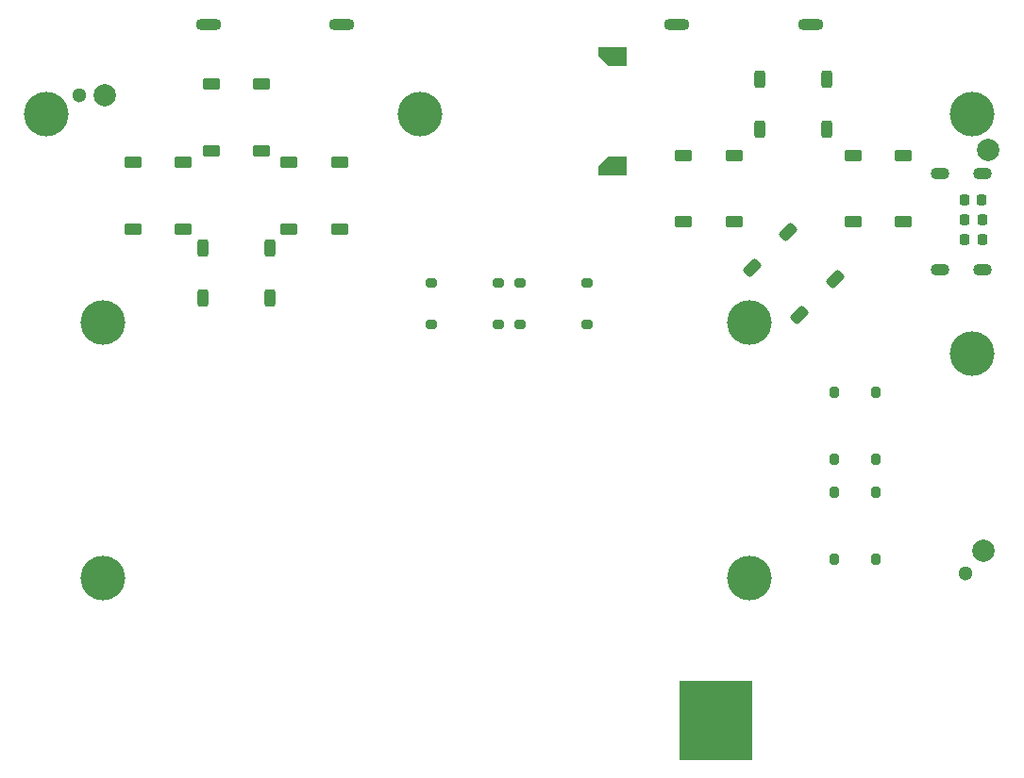
<source format=gts>
G04 #@! TF.GenerationSoftware,KiCad,Pcbnew,8.0.4*
G04 #@! TF.CreationDate,2025-03-14T20:27:20-07:00*
G04 #@! TF.ProjectId,mintypcb,6d696e74-7970-4636-922e-6b696361645f,2*
G04 #@! TF.SameCoordinates,Original*
G04 #@! TF.FileFunction,Soldermask,Top*
G04 #@! TF.FilePolarity,Negative*
%FSLAX46Y46*%
G04 Gerber Fmt 4.6, Leading zero omitted, Abs format (unit mm)*
G04 Created by KiCad (PCBNEW 8.0.4) date 2025-03-14 20:27:20*
%MOMM*%
%LPD*%
G01*
G04 APERTURE LIST*
G04 Aperture macros list*
%AMRoundRect*
0 Rectangle with rounded corners*
0 $1 Rounding radius*
0 $2 $3 $4 $5 $6 $7 $8 $9 X,Y pos of 4 corners*
0 Add a 4 corners polygon primitive as box body*
4,1,4,$2,$3,$4,$5,$6,$7,$8,$9,$2,$3,0*
0 Add four circle primitives for the rounded corners*
1,1,$1+$1,$2,$3*
1,1,$1+$1,$4,$5*
1,1,$1+$1,$6,$7*
1,1,$1+$1,$8,$9*
0 Add four rect primitives between the rounded corners*
20,1,$1+$1,$2,$3,$4,$5,0*
20,1,$1+$1,$4,$5,$6,$7,0*
20,1,$1+$1,$6,$7,$8,$9,0*
20,1,$1+$1,$8,$9,$2,$3,0*%
%AMOutline5P*
0 Free polygon, 5 corners , with rotation*
0 The origin of the aperture is its center*
0 number of corners: always 5*
0 $1 to $10 corner X, Y*
0 $11 Rotation angle, in degrees counterclockwise*
0 create outline with 5 corners*
4,1,5,$1,$2,$3,$4,$5,$6,$7,$8,$9,$10,$1,$2,$11*%
%AMOutline6P*
0 Free polygon, 6 corners , with rotation*
0 The origin of the aperture is its center*
0 number of corners: always 6*
0 $1 to $12 corner X, Y*
0 $13 Rotation angle, in degrees counterclockwise*
0 create outline with 6 corners*
4,1,6,$1,$2,$3,$4,$5,$6,$7,$8,$9,$10,$11,$12,$1,$2,$13*%
%AMOutline7P*
0 Free polygon, 7 corners , with rotation*
0 The origin of the aperture is its center*
0 number of corners: always 7*
0 $1 to $14 corner X, Y*
0 $15 Rotation angle, in degrees counterclockwise*
0 create outline with 7 corners*
4,1,7,$1,$2,$3,$4,$5,$6,$7,$8,$9,$10,$11,$12,$13,$14,$1,$2,$15*%
%AMOutline8P*
0 Free polygon, 8 corners , with rotation*
0 The origin of the aperture is its center*
0 number of corners: always 8*
0 $1 to $16 corner X, Y*
0 $17 Rotation angle, in degrees counterclockwise*
0 create outline with 8 corners*
4,1,8,$1,$2,$3,$4,$5,$6,$7,$8,$9,$10,$11,$12,$13,$14,$15,$16,$1,$2,$17*%
G04 Aperture macros list end*
%ADD10C,0.100000*%
%ADD11O,1.700000X1.100000*%
%ADD12RoundRect,0.218750X0.218750X0.256250X-0.218750X0.256250X-0.218750X-0.256250X0.218750X-0.256250X0*%
%ADD13RoundRect,0.200000X-0.300000X-0.200000X0.300000X-0.200000X0.300000X0.200000X-0.300000X0.200000X0*%
%ADD14RoundRect,0.250000X-0.550000X0.250000X-0.550000X-0.250000X0.550000X-0.250000X0.550000X0.250000X0*%
%ADD15RoundRect,0.250000X0.550000X-0.250000X0.550000X0.250000X-0.550000X0.250000X-0.550000X-0.250000X0*%
%ADD16C,4.000000*%
%ADD17C,2.000000*%
%ADD18RoundRect,0.250000X0.250000X0.550000X-0.250000X0.550000X-0.250000X-0.550000X0.250000X-0.550000X0*%
%ADD19RoundRect,0.250000X0.565685X0.212132X0.212132X0.565685X-0.565685X-0.212132X-0.212132X-0.565685X0*%
%ADD20RoundRect,0.200000X-0.200000X0.300000X-0.200000X-0.300000X0.200000X-0.300000X0.200000X0.300000X0*%
%ADD21Outline5P,-1.255000X0.000000X-0.410000X0.845000X1.255000X0.845000X1.255000X-0.845000X-1.255000X-0.845000X0.000000*%
%ADD22Outline5P,-1.255000X0.845000X1.255000X0.845000X1.255000X-0.845000X-0.410000X-0.845000X-1.255000X0.000000X0.000000*%
%ADD23RoundRect,0.250000X-0.250000X-0.550000X0.250000X-0.550000X0.250000X0.550000X-0.250000X0.550000X0*%
%ADD24RoundRect,0.200000X0.200000X-0.300000X0.200000X0.300000X-0.200000X0.300000X-0.200000X-0.300000X0*%
%ADD25O,2.300000X1.100000*%
%ADD26C,1.300000*%
G04 APERTURE END LIST*
D10*
X108800000Y-110900000D02*
X115200000Y-110900000D01*
X115200000Y-117900000D01*
X108800000Y-117900000D01*
X108800000Y-110900000D01*
G36*
X108800000Y-110900000D02*
G01*
X115200000Y-110900000D01*
X115200000Y-117900000D01*
X108800000Y-117900000D01*
X108800000Y-110900000D01*
G37*
D11*
X132125000Y-65360000D03*
X135925000Y-65360000D03*
X132125000Y-74000000D03*
X135925000Y-74000000D03*
D12*
X135912499Y-69500000D03*
X134337497Y-69500000D03*
D13*
X86500000Y-75150000D03*
X92500000Y-75150000D03*
X86500000Y-78850000D03*
X92500000Y-78850000D03*
D14*
X128850000Y-63700000D03*
X128850000Y-69700000D03*
X124350000Y-63700000D03*
X124350000Y-69700000D03*
X64250000Y-64300000D03*
X64250000Y-70300000D03*
X59750000Y-64300000D03*
X59750000Y-70300000D03*
D15*
X73750000Y-70300000D03*
X73750000Y-64300000D03*
X78250000Y-70300000D03*
X78250000Y-64300000D03*
D16*
X52000000Y-60000000D03*
D17*
X136500000Y-63200000D03*
D18*
X122000000Y-61350000D03*
X116000000Y-61350000D03*
X122000000Y-56850000D03*
X116000000Y-56850000D03*
D14*
X113650000Y-63700000D03*
X113650000Y-69700000D03*
X109150000Y-63700000D03*
X109150000Y-69700000D03*
D19*
X119530330Y-78012311D03*
X115287689Y-73769670D03*
X122712311Y-74830330D03*
X118469670Y-70587689D03*
D20*
X126350000Y-94000000D03*
X126350000Y-100000000D03*
X122650000Y-94000000D03*
X122650000Y-100000000D03*
D16*
X85500000Y-60000000D03*
D17*
X57200000Y-58300000D03*
D14*
X71250000Y-57300000D03*
X71250000Y-63300000D03*
X66750000Y-57300000D03*
X66750000Y-63300000D03*
D21*
X102755000Y-64675000D03*
D22*
X102755000Y-54825000D03*
D12*
X135912499Y-71300000D03*
X134337497Y-71300000D03*
D16*
X135000000Y-81500000D03*
X57000000Y-78700000D03*
X57000000Y-101700000D03*
X115000000Y-78700000D03*
X115000000Y-101700000D03*
D17*
X136000000Y-99200000D03*
D23*
X66000000Y-72050000D03*
X72000000Y-72050000D03*
X66000000Y-76550000D03*
X72000000Y-76550000D03*
D12*
X135900000Y-67700000D03*
X134324998Y-67700000D03*
D16*
X135000000Y-60000000D03*
D24*
X122650000Y-91000000D03*
X122650000Y-85000000D03*
X126350000Y-91000000D03*
X126350000Y-85000000D03*
D13*
X94500000Y-75150000D03*
X100500000Y-75150000D03*
X94500000Y-78850000D03*
X100500000Y-78850000D03*
D25*
X108500000Y-51950000D03*
X66500000Y-51950000D03*
X78500000Y-51950000D03*
D26*
X54900000Y-58300000D03*
D25*
X120500000Y-51950000D03*
D26*
X134400000Y-101200000D03*
M02*

</source>
